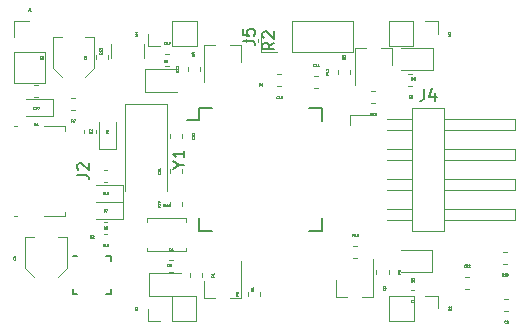
<source format=gbr>
G04 #@! TF.GenerationSoftware,KiCad,Pcbnew,(5.1.5)-3*
G04 #@! TF.CreationDate,2020-04-16T14:44:53-04:00*
G04 #@! TF.ProjectId,STM32_SMD_Quadcopter,53544d33-325f-4534-9d44-5f5175616463,rev?*
G04 #@! TF.SameCoordinates,PX2daf690PY1aab7d8*
G04 #@! TF.FileFunction,Legend,Top*
G04 #@! TF.FilePolarity,Positive*
%FSLAX46Y46*%
G04 Gerber Fmt 4.6, Leading zero omitted, Abs format (unit mm)*
G04 Created by KiCad (PCBNEW (5.1.5)-3) date 2020-04-16 14:44:53*
%MOMM*%
%LPD*%
G04 APERTURE LIST*
%ADD10C,0.120000*%
%ADD11C,0.150000*%
%ADD12C,0.050000*%
G04 APERTURE END LIST*
D10*
X41869579Y-24538400D02*
X41544021Y-24538400D01*
X41869579Y-23518400D02*
X41544021Y-23518400D01*
X13026800Y-14384000D02*
X13026800Y-7059000D01*
X13026800Y-7059000D02*
X9426800Y-7059000D01*
X9426800Y-7059000D02*
X9426800Y-14384000D01*
X16200Y-5216200D02*
X2676200Y-5216200D01*
X16200Y-2616200D02*
X16200Y-5216200D01*
X2676200Y-2616200D02*
X2676200Y-5216200D01*
X16200Y-2616200D02*
X2676200Y-2616200D01*
X16200Y-1346200D02*
X16200Y-16200D01*
X16200Y-16200D02*
X1346200Y-16200D01*
X54300Y-8890000D02*
X314300Y-8890000D01*
X2594300Y-8890000D02*
X4364300Y-8890000D01*
X4364300Y-8890000D02*
X4364300Y-9270000D01*
X4364300Y-16510000D02*
X2594300Y-16510000D01*
X314300Y-16510000D02*
X54300Y-16510000D01*
X4364300Y-16510000D02*
X4364300Y-16130000D01*
X35467000Y-19360000D02*
X32782000Y-19360000D01*
X35467000Y-21280000D02*
X35467000Y-19360000D01*
X32782000Y-21280000D02*
X35467000Y-21280000D01*
X27310000Y-23342000D02*
X28240000Y-23342000D01*
X30470000Y-23342000D02*
X29540000Y-23342000D01*
X30470000Y-23342000D02*
X30470000Y-20182000D01*
X27310000Y-23342000D02*
X27310000Y-21882000D01*
X33766979Y-5463000D02*
X33441421Y-5463000D01*
X33766979Y-4443000D02*
X33441421Y-4443000D01*
X32832800Y-4185800D02*
X35517800Y-4185800D01*
X35517800Y-4185800D02*
X35517800Y-2265800D01*
X35517800Y-2265800D02*
X32832800Y-2265800D01*
D11*
X5020000Y-23087000D02*
X5020000Y-22687000D01*
X5020000Y-23087000D02*
X5420000Y-23087000D01*
X8220000Y-23087000D02*
X8220000Y-22687000D01*
X8220000Y-23087000D02*
X7820000Y-23087000D01*
X8220000Y-19887000D02*
X8220000Y-20287000D01*
X8220000Y-19887000D02*
X7820000Y-19887000D01*
X5020000Y-19887000D02*
X5420000Y-19887000D01*
D10*
X41742479Y-19530600D02*
X41416921Y-19530600D01*
X41742479Y-20550600D02*
X41416921Y-20550600D01*
X38216521Y-21638800D02*
X38542079Y-21638800D01*
X38216521Y-22658800D02*
X38542079Y-22658800D01*
D11*
X15729200Y-7398000D02*
X15729200Y-8398000D01*
X26079200Y-7398000D02*
X26079200Y-8473000D01*
X26079200Y-17748000D02*
X26079200Y-16673000D01*
X15729200Y-17748000D02*
X15729200Y-16673000D01*
X15729200Y-7398000D02*
X16804200Y-7398000D01*
X15729200Y-17748000D02*
X16804200Y-17748000D01*
X26079200Y-17748000D02*
X25004200Y-17748000D01*
X26079200Y-7398000D02*
X25004200Y-7398000D01*
X15729200Y-8398000D02*
X14704200Y-8398000D01*
D10*
X11167400Y-5989200D02*
X13852400Y-5989200D01*
X11167400Y-4069200D02*
X11167400Y-5989200D01*
X13852400Y-4069200D02*
X11167400Y-4069200D01*
X6983000Y-3236279D02*
X6983000Y-2910721D01*
X8003000Y-3236279D02*
X8003000Y-2910721D01*
X1079600Y-8050200D02*
X3364600Y-8050200D01*
X3364600Y-8050200D02*
X3364600Y-6580200D01*
X3364600Y-6580200D02*
X1079600Y-6580200D01*
X8685200Y-10806800D02*
X8685200Y-8521800D01*
X7215200Y-10806800D02*
X8685200Y-10806800D01*
X7215200Y-8521800D02*
X7215200Y-10806800D01*
X14182600Y-21366600D02*
X11497600Y-21366600D01*
X11497600Y-21366600D02*
X11497600Y-23286600D01*
X11497600Y-23286600D02*
X14182600Y-23286600D01*
X9270000Y-13870000D02*
X6985000Y-13870000D01*
X9270000Y-15340000D02*
X9270000Y-13870000D01*
X6985000Y-15340000D02*
X9270000Y-15340000D01*
X6985000Y-16800500D02*
X9270000Y-16800500D01*
X9270000Y-16800500D02*
X9270000Y-15330500D01*
X9270000Y-15330500D02*
X6985000Y-15330500D01*
X15475889Y-25400102D02*
X15475889Y-23280102D01*
X13415889Y-25400102D02*
X15475889Y-25400102D01*
X13415889Y-23280102D02*
X15475889Y-23280102D01*
X13415889Y-25400102D02*
X13415889Y-23280102D01*
X12415889Y-25400102D02*
X11355889Y-25400102D01*
X11355889Y-25400102D02*
X11355889Y-24340102D01*
X35931603Y-23267684D02*
X35931603Y-24327684D01*
X34871603Y-23267684D02*
X35931603Y-23267684D01*
X33871603Y-23267684D02*
X33871603Y-25387684D01*
X33871603Y-25387684D02*
X31811603Y-25387684D01*
X33871603Y-23267684D02*
X31811603Y-23267684D01*
X31811603Y-23267684D02*
X31811603Y-25387684D01*
X31788800Y-6800D02*
X31788800Y-2126800D01*
X33848800Y-6800D02*
X31788800Y-6800D01*
X33848800Y-2126800D02*
X31788800Y-2126800D01*
X33848800Y-6800D02*
X33848800Y-2126800D01*
X34848800Y-6800D02*
X35908800Y-6800D01*
X35908800Y-6800D02*
X35908800Y-1066800D01*
X11386000Y-2126800D02*
X11386000Y-1066800D01*
X12446000Y-2126800D02*
X11386000Y-2126800D01*
X13446000Y-2126800D02*
X13446000Y-6800D01*
X13446000Y-6800D02*
X15506000Y-6800D01*
X13446000Y-2126800D02*
X15506000Y-2126800D01*
X15506000Y-2126800D02*
X15506000Y-6800D01*
X16113600Y-23443600D02*
X16113600Y-21983600D01*
X19273600Y-23443600D02*
X19273600Y-20283600D01*
X19273600Y-23443600D02*
X18343600Y-23443600D01*
X16113600Y-23443600D02*
X17043600Y-23443600D01*
X32034600Y-2289400D02*
X31104600Y-2289400D01*
X28874600Y-2289400D02*
X29804600Y-2289400D01*
X28874600Y-2289400D02*
X28874600Y-5449400D01*
X32034600Y-2289400D02*
X32034600Y-3749400D01*
X19268600Y-2032600D02*
X19268600Y-3492600D01*
X16108600Y-2032600D02*
X16108600Y-5192600D01*
X16108600Y-2032600D02*
X17038600Y-2032600D01*
X19268600Y-2032600D02*
X18338600Y-2032600D01*
X15953200Y-21325621D02*
X15953200Y-21651179D01*
X14933200Y-21325621D02*
X14933200Y-21651179D01*
X20880800Y-23251379D02*
X20880800Y-22925821D01*
X19860800Y-23251379D02*
X19860800Y-22925821D01*
X5217379Y-6500400D02*
X4891821Y-6500400D01*
X5217379Y-7520400D02*
X4891821Y-7520400D01*
X6987000Y-9184321D02*
X6987000Y-9509879D01*
X5967000Y-9184321D02*
X5967000Y-9509879D01*
X31752000Y-21071721D02*
X31752000Y-21397279D01*
X30732000Y-21071721D02*
X30732000Y-21397279D01*
X28767721Y-20068000D02*
X29093279Y-20068000D01*
X28767721Y-19048000D02*
X29093279Y-19048000D01*
X28475400Y-4455379D02*
X28475400Y-4129821D01*
X27455400Y-4455379D02*
X27455400Y-4129821D01*
X30566679Y-6961600D02*
X30241121Y-6961600D01*
X30566679Y-5941600D02*
X30241121Y-5941600D01*
X15775400Y-4226779D02*
X15775400Y-3901221D01*
X14755400Y-4226779D02*
X14755400Y-3901221D01*
X7947879Y-12634500D02*
X7622321Y-12634500D01*
X7947879Y-13654500D02*
X7622321Y-13654500D01*
X7947879Y-18036000D02*
X7622321Y-18036000D01*
X7947879Y-17016000D02*
X7622321Y-17016000D01*
X13231400Y-15682079D02*
X13231400Y-15356521D01*
X14251400Y-15682079D02*
X14251400Y-15356521D01*
X11302200Y-19210200D02*
X11302200Y-19510200D01*
X11302200Y-19510200D02*
X14602200Y-19510200D01*
X14602200Y-19510200D02*
X14602200Y-19210200D01*
X11302200Y-17010200D02*
X11302200Y-16710200D01*
X11302200Y-16710200D02*
X14602200Y-16710200D01*
X14602200Y-16710200D02*
X14602200Y-17010200D01*
X8292000Y-3145064D02*
X8292000Y-1940936D01*
X11012000Y-3145064D02*
X11012000Y-1940936D01*
X13146921Y-20241800D02*
X13472479Y-20241800D01*
X13146921Y-21261800D02*
X13472479Y-21261800D01*
X33944879Y-22785800D02*
X33619321Y-22785800D01*
X33944879Y-21765800D02*
X33619321Y-21765800D01*
X6840000Y-1317600D02*
X6090000Y-1317600D01*
X3320000Y-1317600D02*
X4070000Y-1317600D01*
X3320000Y-3948163D02*
X3320000Y-1317600D01*
X6840000Y-3948163D02*
X6840000Y-1317600D01*
X4070000Y-4698163D02*
X3320000Y-3948163D01*
X6090000Y-4698163D02*
X6840000Y-3948163D01*
X3778600Y-21665363D02*
X4528600Y-20915363D01*
X1758600Y-21665363D02*
X1008600Y-20915363D01*
X4528600Y-20915363D02*
X4528600Y-18284800D01*
X1008600Y-20915363D02*
X1008600Y-18284800D01*
X1008600Y-18284800D02*
X1758600Y-18284800D01*
X4528600Y-18284800D02*
X3778600Y-18284800D01*
X2042379Y-6428200D02*
X1716821Y-6428200D01*
X2042379Y-5408200D02*
X1716821Y-5408200D01*
X25465921Y-5666200D02*
X25791479Y-5666200D01*
X25465921Y-4646200D02*
X25791479Y-4646200D01*
X12842121Y-2792000D02*
X13167679Y-2792000D01*
X12842121Y-3812000D02*
X13167679Y-3812000D01*
X22667179Y-4519200D02*
X22341621Y-4519200D01*
X22667179Y-5539200D02*
X22341621Y-5539200D01*
X13256800Y-9590721D02*
X13256800Y-9916279D01*
X14276800Y-9590721D02*
X14276800Y-9916279D01*
X13256800Y-12862779D02*
X13256800Y-12537221D01*
X14276800Y-12862779D02*
X14276800Y-12537221D01*
X28711200Y-2650800D02*
X28711200Y9200D01*
X23571200Y-2650800D02*
X28711200Y-2650800D01*
X23571200Y9200D02*
X28711200Y9200D01*
X23571200Y-2650800D02*
X23571200Y9200D01*
X22301200Y-2650800D02*
X20971200Y-2650800D01*
X20971200Y-2650800D02*
X20971200Y-1320800D01*
X20703000Y-1488221D02*
X20703000Y-1813779D01*
X19683000Y-1488221D02*
X19683000Y-1813779D01*
X33740400Y-7373000D02*
X36480400Y-7373000D01*
X36480400Y-7373000D02*
X36480400Y-17773000D01*
X36480400Y-17773000D02*
X33740400Y-17773000D01*
X33740400Y-17773000D02*
X33740400Y-7373000D01*
X31630400Y-8323000D02*
X33740400Y-8323000D01*
X31630400Y-9203000D02*
X33740400Y-9203000D01*
X36480400Y-8323000D02*
X42480400Y-8323000D01*
X42480400Y-8323000D02*
X42480400Y-9203000D01*
X42480400Y-9203000D02*
X36480400Y-9203000D01*
X31630400Y-10863000D02*
X33740400Y-10863000D01*
X31630400Y-11743000D02*
X33740400Y-11743000D01*
X36480400Y-10863000D02*
X42480400Y-10863000D01*
X42480400Y-10863000D02*
X42480400Y-11743000D01*
X42480400Y-11743000D02*
X36480400Y-11743000D01*
X31630400Y-13403000D02*
X33740400Y-13403000D01*
X31630400Y-14283000D02*
X33740400Y-14283000D01*
X36480400Y-13403000D02*
X42480400Y-13403000D01*
X42480400Y-13403000D02*
X42480400Y-14283000D01*
X42480400Y-14283000D02*
X36480400Y-14283000D01*
X31630400Y-15943000D02*
X33740400Y-15943000D01*
X31630400Y-16823000D02*
X33740400Y-16823000D01*
X36480400Y-15943000D02*
X42480400Y-15943000D01*
X42480400Y-15943000D02*
X42480400Y-16823000D01*
X42480400Y-16823000D02*
X36480400Y-16823000D01*
X28490400Y-8763000D02*
X28490400Y-7943000D01*
X28490400Y-7943000D02*
X30060400Y-7943000D01*
D12*
X41673466Y-25529828D02*
X41663942Y-25539352D01*
X41635371Y-25548876D01*
X41616323Y-25548876D01*
X41587752Y-25539352D01*
X41568704Y-25520304D01*
X41559180Y-25501257D01*
X41549657Y-25463161D01*
X41549657Y-25434590D01*
X41559180Y-25396495D01*
X41568704Y-25377447D01*
X41587752Y-25358400D01*
X41616323Y-25348876D01*
X41635371Y-25348876D01*
X41663942Y-25358400D01*
X41673466Y-25367923D01*
X41768704Y-25548876D02*
X41806800Y-25548876D01*
X41825847Y-25539352D01*
X41835371Y-25529828D01*
X41854419Y-25501257D01*
X41863942Y-25463161D01*
X41863942Y-25386971D01*
X41854419Y-25367923D01*
X41844895Y-25358400D01*
X41825847Y-25348876D01*
X41787752Y-25348876D01*
X41768704Y-25358400D01*
X41759180Y-25367923D01*
X41749657Y-25386971D01*
X41749657Y-25434590D01*
X41759180Y-25453638D01*
X41768704Y-25463161D01*
X41787752Y-25472685D01*
X41825847Y-25472685D01*
X41844895Y-25463161D01*
X41854419Y-25453638D01*
X41863942Y-25434590D01*
D11*
X14002990Y-12160190D02*
X14479180Y-12160190D01*
X13479180Y-12493523D02*
X14002990Y-12160190D01*
X13479180Y-11826857D01*
X14479180Y-10969714D02*
X14479180Y-11541142D01*
X14479180Y-11255428D02*
X13479180Y-11255428D01*
X13622038Y-11350666D01*
X13717276Y-11445904D01*
X13764895Y-11541142D01*
D12*
X1279533Y1093324D02*
X1279533Y950467D01*
X1270009Y921896D01*
X1250961Y902848D01*
X1222390Y893324D01*
X1203342Y893324D01*
X1479533Y893324D02*
X1365247Y893324D01*
X1422390Y893324D02*
X1422390Y1093324D01*
X1403342Y1064753D01*
X1384295Y1045705D01*
X1365247Y1036181D01*
D11*
X5406680Y-13033333D02*
X6120966Y-13033333D01*
X6263823Y-13080952D01*
X6359061Y-13176190D01*
X6406680Y-13319047D01*
X6406680Y-13414285D01*
X5501919Y-12604761D02*
X5454300Y-12557142D01*
X5406680Y-12461904D01*
X5406680Y-12223809D01*
X5454300Y-12128571D01*
X5501919Y-12080952D01*
X5597157Y-12033333D01*
X5692395Y-12033333D01*
X5835252Y-12080952D01*
X6406680Y-12652380D01*
X6406680Y-12033333D01*
D12*
X33634380Y-22060476D02*
X33634380Y-21860476D01*
X33682000Y-21860476D01*
X33710571Y-21870000D01*
X33729619Y-21889047D01*
X33739142Y-21908095D01*
X33748666Y-21946190D01*
X33748666Y-21974761D01*
X33739142Y-22012857D01*
X33729619Y-22031904D01*
X33710571Y-22050952D01*
X33682000Y-22060476D01*
X33634380Y-22060476D01*
X33920095Y-21927142D02*
X33920095Y-22060476D01*
X33872476Y-21850952D02*
X33824857Y-21993809D01*
X33948666Y-21993809D01*
X31499523Y-22601047D02*
X31490000Y-22620095D01*
X31470952Y-22639142D01*
X31442380Y-22667714D01*
X31432857Y-22686761D01*
X31432857Y-22705809D01*
X31480476Y-22696285D02*
X31470952Y-22715333D01*
X31451904Y-22734380D01*
X31413809Y-22743904D01*
X31347142Y-22743904D01*
X31309047Y-22734380D01*
X31290000Y-22715333D01*
X31280476Y-22696285D01*
X31280476Y-22658190D01*
X31290000Y-22639142D01*
X31309047Y-22620095D01*
X31347142Y-22610571D01*
X31413809Y-22610571D01*
X31451904Y-22620095D01*
X31470952Y-22639142D01*
X31480476Y-22658190D01*
X31480476Y-22696285D01*
X31299523Y-22534380D02*
X31290000Y-22524857D01*
X31280476Y-22505809D01*
X31280476Y-22458190D01*
X31290000Y-22439142D01*
X31299523Y-22429619D01*
X31318571Y-22420095D01*
X31337619Y-22420095D01*
X31366190Y-22429619D01*
X31480476Y-22543904D01*
X31480476Y-22420095D01*
X33570866Y-6454428D02*
X33561342Y-6463952D01*
X33532771Y-6473476D01*
X33513723Y-6473476D01*
X33485152Y-6463952D01*
X33466104Y-6444904D01*
X33456580Y-6425857D01*
X33447057Y-6387761D01*
X33447057Y-6359190D01*
X33456580Y-6321095D01*
X33466104Y-6302047D01*
X33485152Y-6283000D01*
X33513723Y-6273476D01*
X33532771Y-6273476D01*
X33561342Y-6283000D01*
X33570866Y-6292523D01*
X33685152Y-6359190D02*
X33666104Y-6349666D01*
X33656580Y-6340142D01*
X33647057Y-6321095D01*
X33647057Y-6311571D01*
X33656580Y-6292523D01*
X33666104Y-6283000D01*
X33685152Y-6273476D01*
X33723247Y-6273476D01*
X33742295Y-6283000D01*
X33751819Y-6292523D01*
X33761342Y-6311571D01*
X33761342Y-6321095D01*
X33751819Y-6340142D01*
X33742295Y-6349666D01*
X33723247Y-6359190D01*
X33685152Y-6359190D01*
X33666104Y-6368714D01*
X33656580Y-6378238D01*
X33647057Y-6397285D01*
X33647057Y-6435380D01*
X33656580Y-6454428D01*
X33666104Y-6463952D01*
X33685152Y-6473476D01*
X33723247Y-6473476D01*
X33742295Y-6463952D01*
X33751819Y-6454428D01*
X33761342Y-6435380D01*
X33761342Y-6397285D01*
X33751819Y-6378238D01*
X33742295Y-6368714D01*
X33723247Y-6359190D01*
X33685180Y-4966276D02*
X33685180Y-4766276D01*
X33732800Y-4766276D01*
X33761371Y-4775800D01*
X33780419Y-4794847D01*
X33789942Y-4813895D01*
X33799466Y-4851990D01*
X33799466Y-4880561D01*
X33789942Y-4918657D01*
X33780419Y-4937704D01*
X33761371Y-4956752D01*
X33732800Y-4966276D01*
X33685180Y-4966276D01*
X33980419Y-4766276D02*
X33885180Y-4766276D01*
X33875657Y-4861514D01*
X33885180Y-4851990D01*
X33904228Y-4842466D01*
X33951847Y-4842466D01*
X33970895Y-4851990D01*
X33980419Y-4861514D01*
X33989942Y-4880561D01*
X33989942Y-4928180D01*
X33980419Y-4947228D01*
X33970895Y-4956752D01*
X33951847Y-4966276D01*
X33904228Y-4966276D01*
X33885180Y-4956752D01*
X33875657Y-4947228D01*
X6467619Y-18127476D02*
X6467619Y-18289380D01*
X6477142Y-18308428D01*
X6486666Y-18317952D01*
X6505714Y-18327476D01*
X6543809Y-18327476D01*
X6562857Y-18317952D01*
X6572380Y-18308428D01*
X6581904Y-18289380D01*
X6581904Y-18127476D01*
X6667619Y-18146523D02*
X6677142Y-18137000D01*
X6696190Y-18127476D01*
X6743809Y-18127476D01*
X6762857Y-18137000D01*
X6772380Y-18146523D01*
X6781904Y-18165571D01*
X6781904Y-18184619D01*
X6772380Y-18213190D01*
X6658095Y-18327476D01*
X6781904Y-18327476D01*
X41451128Y-21542028D02*
X41441604Y-21551552D01*
X41413033Y-21561076D01*
X41393985Y-21561076D01*
X41365414Y-21551552D01*
X41346366Y-21532504D01*
X41336842Y-21513457D01*
X41327319Y-21475361D01*
X41327319Y-21446790D01*
X41336842Y-21408695D01*
X41346366Y-21389647D01*
X41365414Y-21370600D01*
X41393985Y-21361076D01*
X41413033Y-21361076D01*
X41441604Y-21370600D01*
X41451128Y-21380123D01*
X41641604Y-21561076D02*
X41527319Y-21561076D01*
X41584461Y-21561076D02*
X41584461Y-21361076D01*
X41565414Y-21389647D01*
X41546366Y-21408695D01*
X41527319Y-21418219D01*
X41755890Y-21446790D02*
X41736842Y-21437266D01*
X41727319Y-21427742D01*
X41717795Y-21408695D01*
X41717795Y-21399171D01*
X41727319Y-21380123D01*
X41736842Y-21370600D01*
X41755890Y-21361076D01*
X41793985Y-21361076D01*
X41813033Y-21370600D01*
X41822557Y-21380123D01*
X41832080Y-21399171D01*
X41832080Y-21408695D01*
X41822557Y-21427742D01*
X41813033Y-21437266D01*
X41793985Y-21446790D01*
X41755890Y-21446790D01*
X41736842Y-21456314D01*
X41727319Y-21465838D01*
X41717795Y-21484885D01*
X41717795Y-21522980D01*
X41727319Y-21542028D01*
X41736842Y-21551552D01*
X41755890Y-21561076D01*
X41793985Y-21561076D01*
X41813033Y-21551552D01*
X41822557Y-21542028D01*
X41832080Y-21522980D01*
X41832080Y-21484885D01*
X41822557Y-21465838D01*
X41813033Y-21456314D01*
X41793985Y-21446790D01*
X38250728Y-20790228D02*
X38241204Y-20799752D01*
X38212633Y-20809276D01*
X38193585Y-20809276D01*
X38165014Y-20799752D01*
X38145966Y-20780704D01*
X38136442Y-20761657D01*
X38126919Y-20723561D01*
X38126919Y-20694990D01*
X38136442Y-20656895D01*
X38145966Y-20637847D01*
X38165014Y-20618800D01*
X38193585Y-20609276D01*
X38212633Y-20609276D01*
X38241204Y-20618800D01*
X38250728Y-20628323D01*
X38326919Y-20628323D02*
X38336442Y-20618800D01*
X38355490Y-20609276D01*
X38403109Y-20609276D01*
X38422157Y-20618800D01*
X38431680Y-20628323D01*
X38441204Y-20647371D01*
X38441204Y-20666419D01*
X38431680Y-20694990D01*
X38317395Y-20809276D01*
X38441204Y-20809276D01*
X38517395Y-20628323D02*
X38526919Y-20618800D01*
X38545966Y-20609276D01*
X38593585Y-20609276D01*
X38612633Y-20618800D01*
X38622157Y-20628323D01*
X38631680Y-20647371D01*
X38631680Y-20666419D01*
X38622157Y-20694990D01*
X38507871Y-20809276D01*
X38631680Y-20809276D01*
X20751819Y-5263476D02*
X20751819Y-5425380D01*
X20761342Y-5444428D01*
X20770866Y-5453952D01*
X20789914Y-5463476D01*
X20828009Y-5463476D01*
X20847057Y-5453952D01*
X20856580Y-5444428D01*
X20866104Y-5425380D01*
X20866104Y-5263476D01*
X21047057Y-5330142D02*
X21047057Y-5463476D01*
X20999438Y-5253952D02*
X20951819Y-5396809D01*
X21075628Y-5396809D01*
X12704780Y-3469676D02*
X12704780Y-3269676D01*
X12752400Y-3269676D01*
X12780971Y-3279200D01*
X12800019Y-3298247D01*
X12809542Y-3317295D01*
X12819066Y-3355390D01*
X12819066Y-3383961D01*
X12809542Y-3422057D01*
X12800019Y-3441104D01*
X12780971Y-3460152D01*
X12752400Y-3469676D01*
X12704780Y-3469676D01*
X12990495Y-3269676D02*
X12952400Y-3269676D01*
X12933352Y-3279200D01*
X12923828Y-3288723D01*
X12904780Y-3317295D01*
X12895257Y-3355390D01*
X12895257Y-3431580D01*
X12904780Y-3450628D01*
X12914304Y-3460152D01*
X12933352Y-3469676D01*
X12971447Y-3469676D01*
X12990495Y-3460152D01*
X13000019Y-3450628D01*
X13009542Y-3431580D01*
X13009542Y-3383961D01*
X13000019Y-3364914D01*
X12990495Y-3355390D01*
X12971447Y-3345866D01*
X12933352Y-3345866D01*
X12914304Y-3355390D01*
X12904780Y-3364914D01*
X12895257Y-3383961D01*
X6134428Y-3106833D02*
X6143952Y-3116357D01*
X6153476Y-3144928D01*
X6153476Y-3163976D01*
X6143952Y-3192547D01*
X6124904Y-3211595D01*
X6105857Y-3221119D01*
X6067761Y-3230642D01*
X6039190Y-3230642D01*
X6001095Y-3221119D01*
X5982047Y-3211595D01*
X5963000Y-3192547D01*
X5953476Y-3163976D01*
X5953476Y-3144928D01*
X5963000Y-3116357D01*
X5972523Y-3106833D01*
X5953476Y-2935404D02*
X5953476Y-2973500D01*
X5963000Y-2992547D01*
X5972523Y-3002071D01*
X6001095Y-3021119D01*
X6039190Y-3030642D01*
X6115380Y-3030642D01*
X6134428Y-3021119D01*
X6143952Y-3011595D01*
X6153476Y-2992547D01*
X6153476Y-2954452D01*
X6143952Y-2935404D01*
X6134428Y-2925880D01*
X6115380Y-2916357D01*
X6067761Y-2916357D01*
X6048714Y-2925880D01*
X6039190Y-2935404D01*
X6029666Y-2954452D01*
X6029666Y-2992547D01*
X6039190Y-3011595D01*
X6048714Y-3021119D01*
X6067761Y-3030642D01*
X1731980Y-8835676D02*
X1731980Y-8635676D01*
X1779600Y-8635676D01*
X1808171Y-8645200D01*
X1827219Y-8664247D01*
X1836742Y-8683295D01*
X1846266Y-8721390D01*
X1846266Y-8749961D01*
X1836742Y-8788057D01*
X1827219Y-8807104D01*
X1808171Y-8826152D01*
X1779600Y-8835676D01*
X1731980Y-8835676D01*
X2036742Y-8835676D02*
X1922457Y-8835676D01*
X1979600Y-8835676D02*
X1979600Y-8635676D01*
X1960552Y-8664247D01*
X1941504Y-8683295D01*
X1922457Y-8692819D01*
X6610676Y-9469419D02*
X6410676Y-9469419D01*
X6410676Y-9421800D01*
X6420200Y-9393228D01*
X6439247Y-9374180D01*
X6458295Y-9364657D01*
X6496390Y-9355133D01*
X6524961Y-9355133D01*
X6563057Y-9364657D01*
X6582104Y-9374180D01*
X6601152Y-9393228D01*
X6610676Y-9421800D01*
X6610676Y-9469419D01*
X6429723Y-9278942D02*
X6420200Y-9269419D01*
X6410676Y-9250371D01*
X6410676Y-9202752D01*
X6420200Y-9183704D01*
X6429723Y-9174180D01*
X6448771Y-9164657D01*
X6467819Y-9164657D01*
X6496390Y-9174180D01*
X6610676Y-9288466D01*
X6610676Y-9164657D01*
X13034980Y-20767076D02*
X13034980Y-20567076D01*
X13082600Y-20567076D01*
X13111171Y-20576600D01*
X13130219Y-20595647D01*
X13139742Y-20614695D01*
X13149266Y-20652790D01*
X13149266Y-20681361D01*
X13139742Y-20719457D01*
X13130219Y-20738504D01*
X13111171Y-20757552D01*
X13082600Y-20767076D01*
X13034980Y-20767076D01*
X13215933Y-20567076D02*
X13339742Y-20567076D01*
X13273076Y-20643266D01*
X13301647Y-20643266D01*
X13320695Y-20652790D01*
X13330219Y-20662314D01*
X13339742Y-20681361D01*
X13339742Y-20728980D01*
X13330219Y-20748028D01*
X13320695Y-20757552D01*
X13301647Y-20767076D01*
X13244504Y-20767076D01*
X13225457Y-20757552D01*
X13215933Y-20748028D01*
X7637380Y-16125476D02*
X7637380Y-15925476D01*
X7685000Y-15925476D01*
X7713571Y-15935000D01*
X7732619Y-15954047D01*
X7742142Y-15973095D01*
X7751666Y-16011190D01*
X7751666Y-16039761D01*
X7742142Y-16077857D01*
X7732619Y-16096904D01*
X7713571Y-16115952D01*
X7685000Y-16125476D01*
X7637380Y-16125476D01*
X7818333Y-15925476D02*
X7951666Y-15925476D01*
X7865952Y-16125476D01*
X7637380Y-17585976D02*
X7637380Y-17385976D01*
X7685000Y-17385976D01*
X7713571Y-17395500D01*
X7732619Y-17414547D01*
X7742142Y-17433595D01*
X7751666Y-17471690D01*
X7751666Y-17500261D01*
X7742142Y-17538357D01*
X7732619Y-17557404D01*
X7713571Y-17576452D01*
X7685000Y-17585976D01*
X7637380Y-17585976D01*
X7865952Y-17471690D02*
X7846904Y-17462166D01*
X7837380Y-17452642D01*
X7827857Y-17433595D01*
X7827857Y-17424071D01*
X7837380Y-17405023D01*
X7846904Y-17395500D01*
X7865952Y-17385976D01*
X7904047Y-17385976D01*
X7923095Y-17395500D01*
X7932619Y-17405023D01*
X7942142Y-17424071D01*
X7942142Y-17433595D01*
X7932619Y-17452642D01*
X7923095Y-17462166D01*
X7904047Y-17471690D01*
X7865952Y-17471690D01*
X7846904Y-17481214D01*
X7837380Y-17490738D01*
X7827857Y-17509785D01*
X7827857Y-17547880D01*
X7837380Y-17566928D01*
X7846904Y-17576452D01*
X7865952Y-17585976D01*
X7904047Y-17585976D01*
X7923095Y-17576452D01*
X7932619Y-17566928D01*
X7942142Y-17547880D01*
X7942142Y-17509785D01*
X7932619Y-17490738D01*
X7923095Y-17481214D01*
X7904047Y-17471690D01*
X10446365Y-24502006D02*
X10246365Y-24502006D01*
X10389222Y-24435340D01*
X10246365Y-24368673D01*
X10446365Y-24368673D01*
X10446365Y-24168673D02*
X10446365Y-24282959D01*
X10446365Y-24225816D02*
X10246365Y-24225816D01*
X10274936Y-24244863D01*
X10293984Y-24263911D01*
X10303508Y-24282959D01*
X37022079Y-24489588D02*
X36822079Y-24489588D01*
X36964936Y-24422922D01*
X36822079Y-24356255D01*
X37022079Y-24356255D01*
X36841126Y-24270541D02*
X36831603Y-24261017D01*
X36822079Y-24241969D01*
X36822079Y-24194350D01*
X36831603Y-24175303D01*
X36841126Y-24165779D01*
X36860174Y-24156255D01*
X36879222Y-24156255D01*
X36907793Y-24165779D01*
X37022079Y-24280064D01*
X37022079Y-24156255D01*
X36999276Y-1228704D02*
X36799276Y-1228704D01*
X36942133Y-1162038D01*
X36799276Y-1095371D01*
X36999276Y-1095371D01*
X36799276Y-1019180D02*
X36799276Y-895371D01*
X36875466Y-962038D01*
X36875466Y-933466D01*
X36884990Y-914419D01*
X36894514Y-904895D01*
X36913561Y-895371D01*
X36961180Y-895371D01*
X36980228Y-904895D01*
X36989752Y-914419D01*
X36999276Y-933466D01*
X36999276Y-990609D01*
X36989752Y-1009657D01*
X36980228Y-1019180D01*
X10476476Y-1228704D02*
X10276476Y-1228704D01*
X10419333Y-1162038D01*
X10276476Y-1095371D01*
X10476476Y-1095371D01*
X10343142Y-914419D02*
X10476476Y-914419D01*
X10266952Y-962038D02*
X10409809Y-1009657D01*
X10409809Y-885847D01*
X20303123Y-22702647D02*
X20293600Y-22721695D01*
X20274552Y-22740742D01*
X20245980Y-22769314D01*
X20236457Y-22788361D01*
X20236457Y-22807409D01*
X20284076Y-22797885D02*
X20274552Y-22816933D01*
X20255504Y-22835980D01*
X20217409Y-22845504D01*
X20150742Y-22845504D01*
X20112647Y-22835980D01*
X20093600Y-22816933D01*
X20084076Y-22797885D01*
X20084076Y-22759790D01*
X20093600Y-22740742D01*
X20112647Y-22721695D01*
X20150742Y-22712171D01*
X20217409Y-22712171D01*
X20255504Y-22721695D01*
X20274552Y-22740742D01*
X20284076Y-22759790D01*
X20284076Y-22797885D01*
X20284076Y-22521695D02*
X20284076Y-22635980D01*
X20284076Y-22578838D02*
X20084076Y-22578838D01*
X20112647Y-22597885D01*
X20131695Y-22616933D01*
X20141219Y-22635980D01*
X28064123Y-3068447D02*
X28054600Y-3087495D01*
X28035552Y-3106542D01*
X28006980Y-3135114D01*
X27997457Y-3154161D01*
X27997457Y-3173209D01*
X28045076Y-3163685D02*
X28035552Y-3182733D01*
X28016504Y-3201780D01*
X27978409Y-3211304D01*
X27911742Y-3211304D01*
X27873647Y-3201780D01*
X27854600Y-3182733D01*
X27845076Y-3163685D01*
X27845076Y-3125590D01*
X27854600Y-3106542D01*
X27873647Y-3087495D01*
X27911742Y-3077971D01*
X27978409Y-3077971D01*
X28016504Y-3087495D01*
X28035552Y-3106542D01*
X28045076Y-3125590D01*
X28045076Y-3163685D01*
X27845076Y-3011304D02*
X27845076Y-2887495D01*
X27921266Y-2954161D01*
X27921266Y-2925590D01*
X27930790Y-2906542D01*
X27940314Y-2897019D01*
X27959361Y-2887495D01*
X28006980Y-2887495D01*
X28026028Y-2897019D01*
X28035552Y-2906542D01*
X28045076Y-2925590D01*
X28045076Y-2982733D01*
X28035552Y-3001780D01*
X28026028Y-3011304D01*
X15298123Y-2811647D02*
X15288600Y-2830695D01*
X15269552Y-2849742D01*
X15240980Y-2878314D01*
X15231457Y-2897361D01*
X15231457Y-2916409D01*
X15279076Y-2906885D02*
X15269552Y-2925933D01*
X15250504Y-2944980D01*
X15212409Y-2954504D01*
X15145742Y-2954504D01*
X15107647Y-2944980D01*
X15088600Y-2925933D01*
X15079076Y-2906885D01*
X15079076Y-2868790D01*
X15088600Y-2849742D01*
X15107647Y-2830695D01*
X15145742Y-2821171D01*
X15212409Y-2821171D01*
X15250504Y-2830695D01*
X15269552Y-2849742D01*
X15279076Y-2868790D01*
X15279076Y-2906885D01*
X15145742Y-2649742D02*
X15279076Y-2649742D01*
X15069552Y-2697361D02*
X15212409Y-2744980D01*
X15212409Y-2621171D01*
X16963676Y-21521733D02*
X16868438Y-21588400D01*
X16963676Y-21636019D02*
X16763676Y-21636019D01*
X16763676Y-21559828D01*
X16773200Y-21540780D01*
X16782723Y-21531257D01*
X16801771Y-21521733D01*
X16830342Y-21521733D01*
X16849390Y-21531257D01*
X16858914Y-21540780D01*
X16868438Y-21559828D01*
X16868438Y-21636019D01*
X16963676Y-21331257D02*
X16963676Y-21445542D01*
X16963676Y-21388400D02*
X16763676Y-21388400D01*
X16792247Y-21407447D01*
X16811295Y-21426495D01*
X16820819Y-21445542D01*
X19031276Y-23121933D02*
X18936038Y-23188600D01*
X19031276Y-23236219D02*
X18831276Y-23236219D01*
X18831276Y-23160028D01*
X18840800Y-23140980D01*
X18850323Y-23131457D01*
X18869371Y-23121933D01*
X18897942Y-23121933D01*
X18916990Y-23131457D01*
X18926514Y-23140980D01*
X18936038Y-23160028D01*
X18936038Y-23236219D01*
X18831276Y-23055266D02*
X18831276Y-22931457D01*
X18907466Y-22998123D01*
X18907466Y-22969552D01*
X18916990Y-22950504D01*
X18926514Y-22940980D01*
X18945561Y-22931457D01*
X18993180Y-22931457D01*
X19012228Y-22940980D01*
X19021752Y-22950504D01*
X19031276Y-22969552D01*
X19031276Y-23026695D01*
X19021752Y-23045742D01*
X19012228Y-23055266D01*
X5021266Y-8530876D02*
X4954600Y-8435638D01*
X4906980Y-8530876D02*
X4906980Y-8330876D01*
X4983171Y-8330876D01*
X5002219Y-8340400D01*
X5011742Y-8349923D01*
X5021266Y-8368971D01*
X5021266Y-8397542D01*
X5011742Y-8416590D01*
X5002219Y-8426114D01*
X4983171Y-8435638D01*
X4906980Y-8435638D01*
X5087933Y-8330876D02*
X5221266Y-8330876D01*
X5135552Y-8530876D01*
X7997476Y-9380433D02*
X7902238Y-9447100D01*
X7997476Y-9494719D02*
X7797476Y-9494719D01*
X7797476Y-9418528D01*
X7807000Y-9399480D01*
X7816523Y-9389957D01*
X7835571Y-9380433D01*
X7864142Y-9380433D01*
X7883190Y-9389957D01*
X7892714Y-9399480D01*
X7902238Y-9418528D01*
X7902238Y-9494719D01*
X7883190Y-9266147D02*
X7873666Y-9285195D01*
X7864142Y-9294719D01*
X7845095Y-9304242D01*
X7835571Y-9304242D01*
X7816523Y-9294719D01*
X7807000Y-9285195D01*
X7797476Y-9266147D01*
X7797476Y-9228052D01*
X7807000Y-9209004D01*
X7816523Y-9199480D01*
X7835571Y-9189957D01*
X7845095Y-9189957D01*
X7864142Y-9199480D01*
X7873666Y-9209004D01*
X7883190Y-9228052D01*
X7883190Y-9266147D01*
X7892714Y-9285195D01*
X7902238Y-9294719D01*
X7921285Y-9304242D01*
X7959380Y-9304242D01*
X7978428Y-9294719D01*
X7987952Y-9285195D01*
X7997476Y-9266147D01*
X7997476Y-9228052D01*
X7987952Y-9209004D01*
X7978428Y-9199480D01*
X7959380Y-9189957D01*
X7921285Y-9189957D01*
X7902238Y-9199480D01*
X7892714Y-9209004D01*
X7883190Y-9228052D01*
X32762476Y-21267833D02*
X32667238Y-21334500D01*
X32762476Y-21382119D02*
X32562476Y-21382119D01*
X32562476Y-21305928D01*
X32572000Y-21286880D01*
X32581523Y-21277357D01*
X32600571Y-21267833D01*
X32629142Y-21267833D01*
X32648190Y-21277357D01*
X32657714Y-21286880D01*
X32667238Y-21305928D01*
X32667238Y-21382119D01*
X32762476Y-21172595D02*
X32762476Y-21134500D01*
X32752952Y-21115452D01*
X32743428Y-21105928D01*
X32714857Y-21086880D01*
X32676761Y-21077357D01*
X32600571Y-21077357D01*
X32581523Y-21086880D01*
X32572000Y-21096404D01*
X32562476Y-21115452D01*
X32562476Y-21153547D01*
X32572000Y-21172595D01*
X32581523Y-21182119D01*
X32600571Y-21191642D01*
X32648190Y-21191642D01*
X32667238Y-21182119D01*
X32676761Y-21172595D01*
X32686285Y-21153547D01*
X32686285Y-21115452D01*
X32676761Y-21096404D01*
X32667238Y-21086880D01*
X32648190Y-21077357D01*
X28801928Y-18218476D02*
X28735261Y-18123238D01*
X28687642Y-18218476D02*
X28687642Y-18018476D01*
X28763833Y-18018476D01*
X28782880Y-18028000D01*
X28792404Y-18037523D01*
X28801928Y-18056571D01*
X28801928Y-18085142D01*
X28792404Y-18104190D01*
X28782880Y-18113714D01*
X28763833Y-18123238D01*
X28687642Y-18123238D01*
X28992404Y-18218476D02*
X28878119Y-18218476D01*
X28935261Y-18218476D02*
X28935261Y-18018476D01*
X28916214Y-18047047D01*
X28897166Y-18066095D01*
X28878119Y-18075619D01*
X29116214Y-18018476D02*
X29135261Y-18018476D01*
X29154309Y-18028000D01*
X29163833Y-18037523D01*
X29173357Y-18056571D01*
X29182880Y-18094666D01*
X29182880Y-18142285D01*
X29173357Y-18180380D01*
X29163833Y-18199428D01*
X29154309Y-18208952D01*
X29135261Y-18218476D01*
X29116214Y-18218476D01*
X29097166Y-18208952D01*
X29087642Y-18199428D01*
X29078119Y-18180380D01*
X29068595Y-18142285D01*
X29068595Y-18094666D01*
X29078119Y-18056571D01*
X29087642Y-18037523D01*
X29097166Y-18028000D01*
X29116214Y-18018476D01*
X26625876Y-4421171D02*
X26530638Y-4487838D01*
X26625876Y-4535457D02*
X26425876Y-4535457D01*
X26425876Y-4459266D01*
X26435400Y-4440219D01*
X26444923Y-4430695D01*
X26463971Y-4421171D01*
X26492542Y-4421171D01*
X26511590Y-4430695D01*
X26521114Y-4440219D01*
X26530638Y-4459266D01*
X26530638Y-4535457D01*
X26625876Y-4230695D02*
X26625876Y-4344980D01*
X26625876Y-4287838D02*
X26425876Y-4287838D01*
X26454447Y-4306885D01*
X26473495Y-4325933D01*
X26483019Y-4344980D01*
X26625876Y-4040219D02*
X26625876Y-4154504D01*
X26625876Y-4097361D02*
X26425876Y-4097361D01*
X26454447Y-4116409D01*
X26473495Y-4135457D01*
X26483019Y-4154504D01*
X30275328Y-7972076D02*
X30208661Y-7876838D01*
X30161042Y-7972076D02*
X30161042Y-7772076D01*
X30237233Y-7772076D01*
X30256280Y-7781600D01*
X30265804Y-7791123D01*
X30275328Y-7810171D01*
X30275328Y-7838742D01*
X30265804Y-7857790D01*
X30256280Y-7867314D01*
X30237233Y-7876838D01*
X30161042Y-7876838D01*
X30465804Y-7972076D02*
X30351519Y-7972076D01*
X30408661Y-7972076D02*
X30408661Y-7772076D01*
X30389614Y-7800647D01*
X30370566Y-7819695D01*
X30351519Y-7829219D01*
X30541995Y-7791123D02*
X30551519Y-7781600D01*
X30570566Y-7772076D01*
X30618185Y-7772076D01*
X30637233Y-7781600D01*
X30646757Y-7791123D01*
X30656280Y-7810171D01*
X30656280Y-7829219D01*
X30646757Y-7857790D01*
X30532471Y-7972076D01*
X30656280Y-7972076D01*
X13925876Y-4192571D02*
X13830638Y-4259238D01*
X13925876Y-4306857D02*
X13725876Y-4306857D01*
X13725876Y-4230666D01*
X13735400Y-4211619D01*
X13744923Y-4202095D01*
X13763971Y-4192571D01*
X13792542Y-4192571D01*
X13811590Y-4202095D01*
X13821114Y-4211619D01*
X13830638Y-4230666D01*
X13830638Y-4306857D01*
X13925876Y-4002095D02*
X13925876Y-4116380D01*
X13925876Y-4059238D02*
X13725876Y-4059238D01*
X13754447Y-4078285D01*
X13773495Y-4097333D01*
X13783019Y-4116380D01*
X13725876Y-3935428D02*
X13725876Y-3811619D01*
X13802066Y-3878285D01*
X13802066Y-3849714D01*
X13811590Y-3830666D01*
X13821114Y-3821142D01*
X13840161Y-3811619D01*
X13887780Y-3811619D01*
X13906828Y-3821142D01*
X13916352Y-3830666D01*
X13925876Y-3849714D01*
X13925876Y-3906857D01*
X13916352Y-3925904D01*
X13906828Y-3935428D01*
X7656528Y-14664976D02*
X7589861Y-14569738D01*
X7542242Y-14664976D02*
X7542242Y-14464976D01*
X7618433Y-14464976D01*
X7637480Y-14474500D01*
X7647004Y-14484023D01*
X7656528Y-14503071D01*
X7656528Y-14531642D01*
X7647004Y-14550690D01*
X7637480Y-14560214D01*
X7618433Y-14569738D01*
X7542242Y-14569738D01*
X7847004Y-14664976D02*
X7732719Y-14664976D01*
X7789861Y-14664976D02*
X7789861Y-14464976D01*
X7770814Y-14493547D01*
X7751766Y-14512595D01*
X7732719Y-14522119D01*
X8027957Y-14464976D02*
X7932719Y-14464976D01*
X7923195Y-14560214D01*
X7932719Y-14550690D01*
X7951766Y-14541166D01*
X7999385Y-14541166D01*
X8018433Y-14550690D01*
X8027957Y-14560214D01*
X8037480Y-14579261D01*
X8037480Y-14626880D01*
X8027957Y-14645928D01*
X8018433Y-14655452D01*
X7999385Y-14664976D01*
X7951766Y-14664976D01*
X7932719Y-14655452D01*
X7923195Y-14645928D01*
X7656528Y-19046476D02*
X7589861Y-18951238D01*
X7542242Y-19046476D02*
X7542242Y-18846476D01*
X7618433Y-18846476D01*
X7637480Y-18856000D01*
X7647004Y-18865523D01*
X7656528Y-18884571D01*
X7656528Y-18913142D01*
X7647004Y-18932190D01*
X7637480Y-18941714D01*
X7618433Y-18951238D01*
X7542242Y-18951238D01*
X7847004Y-19046476D02*
X7732719Y-19046476D01*
X7789861Y-19046476D02*
X7789861Y-18846476D01*
X7770814Y-18875047D01*
X7751766Y-18894095D01*
X7732719Y-18903619D01*
X8018433Y-18846476D02*
X7980338Y-18846476D01*
X7961290Y-18856000D01*
X7951766Y-18865523D01*
X7932719Y-18894095D01*
X7923195Y-18932190D01*
X7923195Y-19008380D01*
X7932719Y-19027428D01*
X7942242Y-19036952D01*
X7961290Y-19046476D01*
X7999385Y-19046476D01*
X8018433Y-19036952D01*
X8027957Y-19027428D01*
X8037480Y-19008380D01*
X8037480Y-18960761D01*
X8027957Y-18941714D01*
X8018433Y-18932190D01*
X7999385Y-18922666D01*
X7961290Y-18922666D01*
X7942242Y-18932190D01*
X7932719Y-18941714D01*
X7923195Y-18960761D01*
X12401876Y-15647871D02*
X12306638Y-15714538D01*
X12401876Y-15762157D02*
X12201876Y-15762157D01*
X12201876Y-15685966D01*
X12211400Y-15666919D01*
X12220923Y-15657395D01*
X12239971Y-15647871D01*
X12268542Y-15647871D01*
X12287590Y-15657395D01*
X12297114Y-15666919D01*
X12306638Y-15685966D01*
X12306638Y-15762157D01*
X12401876Y-15457395D02*
X12401876Y-15571680D01*
X12401876Y-15514538D02*
X12201876Y-15514538D01*
X12230447Y-15533585D01*
X12249495Y-15552633D01*
X12259019Y-15571680D01*
X12201876Y-15390728D02*
X12201876Y-15257395D01*
X12401876Y-15343109D01*
X12685533Y-15691152D02*
X12714104Y-15700676D01*
X12761723Y-15700676D01*
X12780771Y-15691152D01*
X12790295Y-15681628D01*
X12799819Y-15662580D01*
X12799819Y-15643533D01*
X12790295Y-15624485D01*
X12780771Y-15614961D01*
X12761723Y-15605438D01*
X12723628Y-15595914D01*
X12704580Y-15586390D01*
X12695057Y-15576866D01*
X12685533Y-15557819D01*
X12685533Y-15538771D01*
X12695057Y-15519723D01*
X12704580Y-15510200D01*
X12723628Y-15500676D01*
X12771247Y-15500676D01*
X12799819Y-15510200D01*
X12866485Y-15500676D02*
X12914104Y-15700676D01*
X12952200Y-15557819D01*
X12990295Y-15700676D01*
X13037914Y-15500676D01*
X13218866Y-15700676D02*
X13104580Y-15700676D01*
X13161723Y-15700676D02*
X13161723Y-15500676D01*
X13142676Y-15529247D01*
X13123628Y-15548295D01*
X13104580Y-15557819D01*
X7443428Y-2671571D02*
X7452952Y-2681095D01*
X7462476Y-2709666D01*
X7462476Y-2728714D01*
X7452952Y-2757285D01*
X7433904Y-2776333D01*
X7414857Y-2785857D01*
X7376761Y-2795380D01*
X7348190Y-2795380D01*
X7310095Y-2785857D01*
X7291047Y-2776333D01*
X7272000Y-2757285D01*
X7262476Y-2728714D01*
X7262476Y-2709666D01*
X7272000Y-2681095D01*
X7281523Y-2671571D01*
X7462476Y-2481095D02*
X7462476Y-2595380D01*
X7462476Y-2538238D02*
X7262476Y-2538238D01*
X7291047Y-2557285D01*
X7310095Y-2576333D01*
X7319619Y-2595380D01*
X7262476Y-2414428D02*
X7262476Y-2290619D01*
X7338666Y-2357285D01*
X7338666Y-2328714D01*
X7348190Y-2309666D01*
X7357714Y-2300142D01*
X7376761Y-2290619D01*
X7424380Y-2290619D01*
X7443428Y-2300142D01*
X7452952Y-2309666D01*
X7462476Y-2328714D01*
X7462476Y-2385857D01*
X7452952Y-2404904D01*
X7443428Y-2414428D01*
X13276366Y-19393228D02*
X13266842Y-19402752D01*
X13238271Y-19412276D01*
X13219223Y-19412276D01*
X13190652Y-19402752D01*
X13171604Y-19383704D01*
X13162080Y-19364657D01*
X13152557Y-19326561D01*
X13152557Y-19297990D01*
X13162080Y-19259895D01*
X13171604Y-19240847D01*
X13190652Y-19221800D01*
X13219223Y-19212276D01*
X13238271Y-19212276D01*
X13266842Y-19221800D01*
X13276366Y-19231323D01*
X13466842Y-19412276D02*
X13352557Y-19412276D01*
X13409700Y-19412276D02*
X13409700Y-19212276D01*
X13390652Y-19240847D01*
X13371604Y-19259895D01*
X13352557Y-19269419D01*
X33748766Y-23777228D02*
X33739242Y-23786752D01*
X33710671Y-23796276D01*
X33691623Y-23796276D01*
X33663052Y-23786752D01*
X33644004Y-23767704D01*
X33634480Y-23748657D01*
X33624957Y-23710561D01*
X33624957Y-23681990D01*
X33634480Y-23643895D01*
X33644004Y-23624847D01*
X33663052Y-23605800D01*
X33691623Y-23596276D01*
X33710671Y-23596276D01*
X33739242Y-23605800D01*
X33748766Y-23615323D01*
X33824957Y-23615323D02*
X33834480Y-23605800D01*
X33853528Y-23596276D01*
X33901147Y-23596276D01*
X33920195Y-23605800D01*
X33929719Y-23615323D01*
X33939242Y-23634371D01*
X33939242Y-23653419D01*
X33929719Y-23681990D01*
X33815433Y-23796276D01*
X33939242Y-23796276D01*
X2451428Y-3110933D02*
X2460952Y-3120457D01*
X2470476Y-3149028D01*
X2470476Y-3168076D01*
X2460952Y-3196647D01*
X2441904Y-3215695D01*
X2422857Y-3225219D01*
X2384761Y-3234742D01*
X2356190Y-3234742D01*
X2318095Y-3225219D01*
X2299047Y-3215695D01*
X2280000Y-3196647D01*
X2270476Y-3168076D01*
X2270476Y-3149028D01*
X2280000Y-3120457D01*
X2289523Y-3110933D01*
X2270476Y-3044266D02*
X2270476Y-2920457D01*
X2346666Y-2987123D01*
X2346666Y-2958552D01*
X2356190Y-2939504D01*
X2365714Y-2929980D01*
X2384761Y-2920457D01*
X2432380Y-2920457D01*
X2451428Y-2929980D01*
X2460952Y-2939504D01*
X2470476Y-2958552D01*
X2470476Y-3015695D01*
X2460952Y-3034742D01*
X2451428Y-3044266D01*
X140028Y-20078133D02*
X149552Y-20087657D01*
X159076Y-20116228D01*
X159076Y-20135276D01*
X149552Y-20163847D01*
X130504Y-20182895D01*
X111457Y-20192419D01*
X73361Y-20201942D01*
X44790Y-20201942D01*
X6695Y-20192419D01*
X-12353Y-20182895D01*
X-31400Y-20163847D01*
X-40924Y-20135276D01*
X-40924Y-20116228D01*
X-31400Y-20087657D01*
X-21877Y-20078133D01*
X25742Y-19906704D02*
X159076Y-19906704D01*
X-50448Y-19954323D02*
X92409Y-20001942D01*
X92409Y-19878133D01*
X1751028Y-7419628D02*
X1741504Y-7429152D01*
X1712933Y-7438676D01*
X1693885Y-7438676D01*
X1665314Y-7429152D01*
X1646266Y-7410104D01*
X1636742Y-7391057D01*
X1627219Y-7352961D01*
X1627219Y-7324390D01*
X1636742Y-7286295D01*
X1646266Y-7267247D01*
X1665314Y-7248200D01*
X1693885Y-7238676D01*
X1712933Y-7238676D01*
X1741504Y-7248200D01*
X1751028Y-7257723D01*
X1941504Y-7438676D02*
X1827219Y-7438676D01*
X1884361Y-7438676D02*
X1884361Y-7238676D01*
X1865314Y-7267247D01*
X1846266Y-7286295D01*
X1827219Y-7295819D01*
X2065314Y-7238676D02*
X2084361Y-7238676D01*
X2103409Y-7248200D01*
X2112933Y-7257723D01*
X2122457Y-7276771D01*
X2131980Y-7314866D01*
X2131980Y-7362485D01*
X2122457Y-7400580D01*
X2112933Y-7419628D01*
X2103409Y-7429152D01*
X2084361Y-7438676D01*
X2065314Y-7438676D01*
X2046266Y-7429152D01*
X2036742Y-7419628D01*
X2027219Y-7400580D01*
X2017695Y-7362485D01*
X2017695Y-7314866D01*
X2027219Y-7276771D01*
X2036742Y-7257723D01*
X2046266Y-7248200D01*
X2065314Y-7238676D01*
X25500128Y-3797628D02*
X25490604Y-3807152D01*
X25462033Y-3816676D01*
X25442985Y-3816676D01*
X25414414Y-3807152D01*
X25395366Y-3788104D01*
X25385842Y-3769057D01*
X25376319Y-3730961D01*
X25376319Y-3702390D01*
X25385842Y-3664295D01*
X25395366Y-3645247D01*
X25414414Y-3626200D01*
X25442985Y-3616676D01*
X25462033Y-3616676D01*
X25490604Y-3626200D01*
X25500128Y-3635723D01*
X25690604Y-3816676D02*
X25576319Y-3816676D01*
X25633461Y-3816676D02*
X25633461Y-3616676D01*
X25614414Y-3645247D01*
X25595366Y-3664295D01*
X25576319Y-3673819D01*
X25881080Y-3816676D02*
X25766795Y-3816676D01*
X25823938Y-3816676D02*
X25823938Y-3616676D01*
X25804890Y-3645247D01*
X25785842Y-3664295D01*
X25766795Y-3673819D01*
X12876328Y-1943428D02*
X12866804Y-1952952D01*
X12838233Y-1962476D01*
X12819185Y-1962476D01*
X12790614Y-1952952D01*
X12771566Y-1933904D01*
X12762042Y-1914857D01*
X12752519Y-1876761D01*
X12752519Y-1848190D01*
X12762042Y-1810095D01*
X12771566Y-1791047D01*
X12790614Y-1772000D01*
X12819185Y-1762476D01*
X12838233Y-1762476D01*
X12866804Y-1772000D01*
X12876328Y-1781523D01*
X13066804Y-1962476D02*
X12952519Y-1962476D01*
X13009661Y-1962476D02*
X13009661Y-1762476D01*
X12990614Y-1791047D01*
X12971566Y-1810095D01*
X12952519Y-1819619D01*
X13133471Y-1762476D02*
X13266804Y-1762476D01*
X13181090Y-1962476D01*
X22375828Y-6530628D02*
X22366304Y-6540152D01*
X22337733Y-6549676D01*
X22318685Y-6549676D01*
X22290114Y-6540152D01*
X22271066Y-6521104D01*
X22261542Y-6502057D01*
X22252019Y-6463961D01*
X22252019Y-6435390D01*
X22261542Y-6397295D01*
X22271066Y-6378247D01*
X22290114Y-6359200D01*
X22318685Y-6349676D01*
X22337733Y-6349676D01*
X22366304Y-6359200D01*
X22375828Y-6368723D01*
X22566304Y-6549676D02*
X22452019Y-6549676D01*
X22509161Y-6549676D02*
X22509161Y-6349676D01*
X22490114Y-6378247D01*
X22471066Y-6397295D01*
X22452019Y-6406819D01*
X22661542Y-6549676D02*
X22699638Y-6549676D01*
X22718685Y-6540152D01*
X22728209Y-6530628D01*
X22747257Y-6502057D01*
X22756780Y-6463961D01*
X22756780Y-6387771D01*
X22747257Y-6368723D01*
X22737733Y-6359200D01*
X22718685Y-6349676D01*
X22680590Y-6349676D01*
X22661542Y-6359200D01*
X22652019Y-6368723D01*
X22642495Y-6387771D01*
X22642495Y-6435390D01*
X22652019Y-6454438D01*
X22661542Y-6463961D01*
X22680590Y-6473485D01*
X22718685Y-6473485D01*
X22737733Y-6463961D01*
X22747257Y-6454438D01*
X22756780Y-6435390D01*
X15268228Y-9882071D02*
X15277752Y-9891595D01*
X15287276Y-9920166D01*
X15287276Y-9939214D01*
X15277752Y-9967785D01*
X15258704Y-9986833D01*
X15239657Y-9996357D01*
X15201561Y-10005880D01*
X15172990Y-10005880D01*
X15134895Y-9996357D01*
X15115847Y-9986833D01*
X15096800Y-9967785D01*
X15087276Y-9939214D01*
X15087276Y-9920166D01*
X15096800Y-9891595D01*
X15106323Y-9882071D01*
X15106323Y-9805880D02*
X15096800Y-9796357D01*
X15087276Y-9777309D01*
X15087276Y-9729690D01*
X15096800Y-9710642D01*
X15106323Y-9701119D01*
X15125371Y-9691595D01*
X15144419Y-9691595D01*
X15172990Y-9701119D01*
X15287276Y-9815404D01*
X15287276Y-9691595D01*
X15087276Y-9567785D02*
X15087276Y-9548738D01*
X15096800Y-9529690D01*
X15106323Y-9520166D01*
X15125371Y-9510642D01*
X15163466Y-9501119D01*
X15211085Y-9501119D01*
X15249180Y-9510642D01*
X15268228Y-9520166D01*
X15277752Y-9529690D01*
X15287276Y-9548738D01*
X15287276Y-9567785D01*
X15277752Y-9586833D01*
X15268228Y-9596357D01*
X15249180Y-9605880D01*
X15211085Y-9615404D01*
X15163466Y-9615404D01*
X15125371Y-9605880D01*
X15106323Y-9596357D01*
X15096800Y-9586833D01*
X15087276Y-9567785D01*
X12408228Y-12828571D02*
X12417752Y-12838095D01*
X12427276Y-12866666D01*
X12427276Y-12885714D01*
X12417752Y-12914285D01*
X12398704Y-12933333D01*
X12379657Y-12942857D01*
X12341561Y-12952380D01*
X12312990Y-12952380D01*
X12274895Y-12942857D01*
X12255847Y-12933333D01*
X12236800Y-12914285D01*
X12227276Y-12885714D01*
X12227276Y-12866666D01*
X12236800Y-12838095D01*
X12246323Y-12828571D01*
X12246323Y-12752380D02*
X12236800Y-12742857D01*
X12227276Y-12723809D01*
X12227276Y-12676190D01*
X12236800Y-12657142D01*
X12246323Y-12647619D01*
X12265371Y-12638095D01*
X12284419Y-12638095D01*
X12312990Y-12647619D01*
X12427276Y-12761904D01*
X12427276Y-12638095D01*
X12427276Y-12447619D02*
X12427276Y-12561904D01*
X12427276Y-12504761D02*
X12227276Y-12504761D01*
X12255847Y-12523809D01*
X12274895Y-12542857D01*
X12284419Y-12561904D01*
D11*
X19423580Y-1654133D02*
X20137866Y-1654133D01*
X20280723Y-1701752D01*
X20375961Y-1796990D01*
X20423580Y-1939847D01*
X20423580Y-2035085D01*
X19423580Y-701752D02*
X19423580Y-1177942D01*
X19899771Y-1225561D01*
X19852152Y-1177942D01*
X19804533Y-1082704D01*
X19804533Y-844609D01*
X19852152Y-749371D01*
X19899771Y-701752D01*
X19995009Y-654133D01*
X20233104Y-654133D01*
X20328342Y-701752D01*
X20375961Y-749371D01*
X20423580Y-844609D01*
X20423580Y-1082704D01*
X20375961Y-1177942D01*
X20328342Y-1225561D01*
X22075380Y-1817666D02*
X21599190Y-2151000D01*
X22075380Y-2389095D02*
X21075380Y-2389095D01*
X21075380Y-2008142D01*
X21123000Y-1912904D01*
X21170619Y-1865285D01*
X21265857Y-1817666D01*
X21408714Y-1817666D01*
X21503952Y-1865285D01*
X21551571Y-1912904D01*
X21599190Y-2008142D01*
X21599190Y-2389095D01*
X21170619Y-1436714D02*
X21123000Y-1389095D01*
X21075380Y-1293857D01*
X21075380Y-1055761D01*
X21123000Y-960523D01*
X21170619Y-912904D01*
X21265857Y-865285D01*
X21361095Y-865285D01*
X21503952Y-912904D01*
X22075380Y-1484333D01*
X22075380Y-865285D01*
X34772066Y-5745380D02*
X34772066Y-6459666D01*
X34724447Y-6602523D01*
X34629209Y-6697761D01*
X34486352Y-6745380D01*
X34391114Y-6745380D01*
X35676828Y-6078714D02*
X35676828Y-6745380D01*
X35438733Y-5697761D02*
X35200638Y-6412047D01*
X35819685Y-6412047D01*
M02*

</source>
